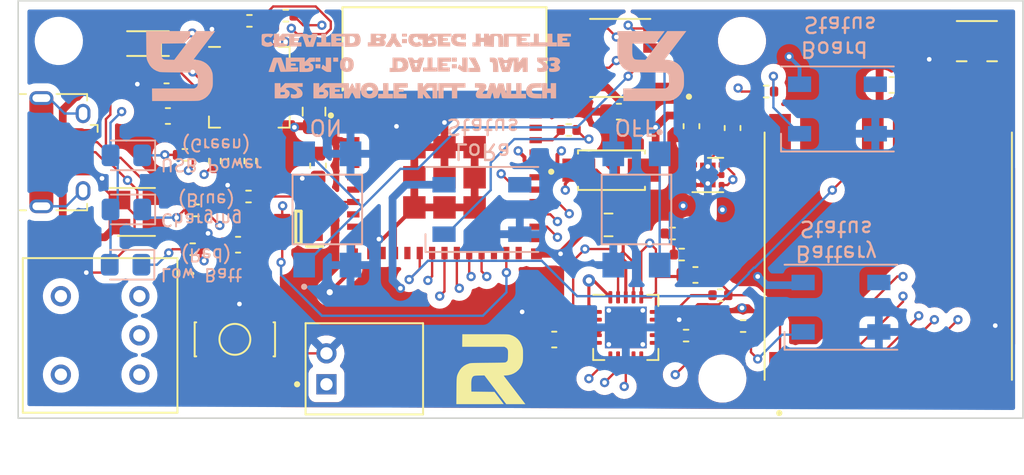
<source format=kicad_pcb>
(kicad_pcb (version 20211014) (generator pcbnew)
  (title_block (title "Kill Switch - Remote") (date "2023-01-18") (rev "1.0") (company "Created by: Greg Hulette") (comment 1 "- Creates WiFi Network for Remote Web Access") (comment 2 "- WiFi to LoRa Bridge") (comment 3 "- Buttons for Master Relay"))
  (layers (0 "F.Cu" signal) (1 "In1.Cu" signal) (2 "In2.Cu" signal) (31 "B.Cu" signal) (34 "B.Paste" user) (35 "F.Paste" user) (36 "B.SilkS" user "B.Silkscreen") (37 "F.SilkS" user "F.Silkscreen") (38 "B.Mask" user) (39 "F.Mask" user) (44 "Edge.Cuts" user))
  (net 0 "")
  (net 1 "+3V3")
  (net 2 "GND")
  (net 3 "RESET")
  (net 4 "Net-(C6-Pad2)")
  (net 5 "VBUS")
  (net 6 "Net-(C9-Pad1)")
  (net 7 "Net-(D1-PadA)")
  (net 8 "USB_DP")
  (net 9 "USB_DN")
  (net 10 "Net-(D4-Pad1)")
  (net 11 "Net-(D5-Pad1)")
  (net 13 "unconnected-(J1-Pad6)")
  (net 14 "Net-(J2-Pad1)")
  (net 15 "Net-(J3-Pad2)")
  (net 17 "Net-(L1-Pad3)")
  (net 20 "DTR")
  (net 21 "RTS")
  (net 22 "GPIO0")
  (net 23 "Net-(R2-Pad1)")
  (net 24 "RXD0")
  (net 25 "Net-(R3-Pad1)")
  (net 26 "TXD0")
  (net 27 "Net-(R4-Pad2)")
  (net 28 "Net-(R6-Pad1)")
  (net 29 "Net-(R7-Pad1)")
  (net 30 "Net-(R8-Pad1)")
  (net 31 "Net-(R9-Pad1)")
  (net 32 "Net-(R10-Pad1)")
  (net 33 "Net-(R11-Pad1)")
  (net 34 "BATT_LEVEL")
  (net 35 "STATUS_LED_DATA")
  (net 36 "BATSTAT_LED_DATA")
  (net 37 "Net-(TH1-Pad1)")
  (net 47 "DI0_LORA")
  (net 48 "RESET_LORA")
  (net 49 "SCK_LORA")
  (net 50 "MISO_LORA")
  (net 51 "MOSI_LORA")
  (net 52 "NSS_LORA")
  (net 56 "OFF_SW_OUT")
  (net 57 "ON_SW_OUT")
  (net 77 "DTS")
  (net 86 "LORA_LED_DATA")
  (net 88 "Net-(S2-Pad1)")
  (net 89 "Net-(D6-Pad1)")
  (net 90 "Net-(R16-Pad1)")
  (net 91 "Net-(R17-Pad1)")
  (net 92 "Net-(U6-Pad4)")
  (footprint "Capacitor_SMD:C_0603_1608Metric" (layer "F.Cu") (at 94.6 88.854 180)
    (fp_text reference "C5")
    (fp_text value ".1uF" hide)
  )
  (footprint "MountingHole:MountingHole_2.1mm" (layer "F.Cu") (at 131.826 85.598)
    (fp_text reference "REF**" hide)
    (fp_text value "MountingHole_2.1mm" hide)
  )
  (footprint "Custom:JST_S2B-PH-K-S(LF)(SN)" (layer "F.Cu") (at 104.944 106.809 90)
    (fp_text reference "J2")
    (fp_text value "S2B-PH-K-S(LF)(SN)" hide)
  )
  (footprint "Package_DFN_QFN:QFN-28-1EP_5x5mm_P0.5mm_EP3.35x3.35mm" (layer "F.Cu") (at 99.952 88.596)
    (fp_text reference "U2")
    (fp_text value "CP2102N-A02-GQFN28" hide)
  )
  (footprint "Custom:MODULE_ESP32-PICO-MINI-02" (layer "F.Cu") (at 112.579 94.418)
    (fp_text reference "U1")
    (fp_text value "ESP32-PICO-MINI-02" hide)
  )
  (footprint "Resistor_SMD:R_0402_1005Metric" (layer "F.Cu") (at 127.338 98.054 180)
    (fp_text reference "R13")
    (fp_text value "100K" hide)
  )
  (footprint "Capacitor_SMD:C_0603_1608Metric" (layer "F.Cu") (at 141.504 88.446)
    (fp_text reference "C10")
    (fp_text value ".1uF" hide)
  )
  (footprint "Resistor_SMD:R_0402_1005Metric" (layer "F.Cu") (at 131.896 104.044 180)
    (fp_text reference "R17")
    (fp_text value "470" hide)
  )
  (footprint "Capacitor_SMD:C_0603_1608Metric" (layer "F.Cu") (at 128.558 91.114 -90)
    (fp_text reference "C7")
    (fp_text value "1uF" hide)
  )
  (footprint "Capacitor_SMD:C_0603_1608Metric" (layer "F.Cu") (at 99.226 98.78 180)
    (fp_text reference "C3")
    (fp_text value ".1uF" hide)
  )
  (footprint "Capacitor_SMD:C_0805_2012Metric" (layer "F.Cu") (at 104.14 90.17 90)
    (fp_text reference "C1")
    (fp_text value "10uF" hide)
  )
  (footprint "Connector_USB:USB_Micro-B_Amphenol_10118194_Horizontal" (layer "F.Cu") (at 87.8 92.794 -90)
    (fp_text reference "J1")
    (fp_text value "USB_B_Micro" hide)
  )
  (footprint "Resistor_SMD:R_0402_1005Metric" (layer "F.Cu") (at 100.016 93.364 -90)
    (fp_text reference "R6")
    (fp_text value "1K" hide)
  )
  (footprint "Package_SON:WSON-6-1EP_2x2mm_P0.65mm_EP1x1.6mm_ThermalVias" (layer "F.Cu") (at 129.614 94.27)
    (fp_text reference "U3")
    (fp_text value "LP5912-3.3DRV" hide)
  )
  (footprint "Resistor_SMD:R_0402_1005Metric" (layer "F.Cu") (at 98.97 93.364 -90)
    (fp_text reference "R5")
    (fp_text value "47.5K" hide)
  )
  (footprint "Package_DFN_QFN:QFN-20-1EP_4x4mm_P0.5mm_EP2.7x2.7mm_ThermalVias" (layer "F.Cu") (at 124.308 104.13)
    (fp_text reference "U4")
    (fp_text value "MCP73871-2CC-Custom" hide)
  )
  (footprint "Resistor_SMD:R_0402_1005Metric" (layer "F.Cu") (at 127.926 99.418)
    (fp_text reference "R12")
    (fp_text value "100K" hide)
  )
  (footprint "Resistor_SMD:R_0402_1005Metric" (layer "F.Cu") (at 130.426 102.046)
    (fp_text reference "R10")
    (fp_text value "10K" hide)
  )
  (footprint "Resistor_SMD:R_0402_1005Metric" (layer "F.Cu") (at 95.78392 92.97 180)
    (fp_text reference "R7")
    (fp_text value "82" hide)
  )
  (footprint "Capacitor_SMD:C_0603_1608Metric" (layer "F.Cu") (at 128.814 100.736)
    (fp_text reference "C9")
    (fp_text value "4.7uF" hide)
  )
  (footprint "Resistor_SMD:R_0402_1005Metric" (layer "F.Cu") (at 133.39 88.872 180)
    (fp_text reference "R14")
    (fp_text value "470" hide)
  )
  (footprint "Resistor_SMD:R_0402_1005Metric" (layer "F.Cu") (at 97.728 93.368 90)
    (fp_text reference "R4")
    (fp_text value "22.1K" hide)
  )
  (footprint "Custom:SMAJ5.0_DIOM4325X250N" (layer "F.Cu") (at 123.383 93.958)
    (fp_text reference "D3")
    (fp_text value "SMAJ5.0" hide)
  )
  (footprint "Custom:SOD3716X135N" (layer "F.Cu") (at 93.3985 85.7685 180)
    (fp_text reference "D1")
    (fp_text value "B5819W-TP" hide)
  )
  (footprint "Custom:SOIC127P600X175-8N" (layer "F.Cu") (at 123.946 86.698 180)
    (fp_text reference "U6")
    (fp_text value "LS18-S(Debouce)" hide)
  )
  (footprint "MountingHole:MountingHole_2.1mm" (layer "F.Cu") (at 87.63 85.598)
    (fp_text reference "REF**" hide)
    (fp_text value "MountingHole_2.1mm" hide)
  )
  (footprint "Resistor_SMD:R_0402_1005Metric" (layer "F.Cu") (at 102.314 83.964)
    (fp_text reference "R3")
    (fp_text value "1K" hide)
  )
  (footprint "Custom:RFM95W-915S2" (layer "F.Cu") (at 141.287 99.522 90)
    (fp_text reference "U5")
    (fp_text value "RFM95W-915S2" hide)
  )
  (footprint "Capacitor_SMD:C_0603_1608Metric" (layer "F.Cu") (at 119.68 104.916 180)
    (fp_text reference "TH1")
    (fp_text value "10K" hide)
  )
  (footprint "Capacitor_SMD:C_0603_1608Metric" (layer "F.Cu") (at 104.4 93.666 -90)
    (fp_text reference "C2")
    (fp_text value ".1uF" hide)
  )
  (footprint "Custom:SOT65P230X110-6N" (layer "F.Cu") (at 103.133 97.662 180)
    (fp_text reference "Q2")
    (fp_text value "UMH3N" hide)
  )
  (footprint "MountingHole:MountingHole_2.1mm" (layer "F.Cu") (at 130.556 107.442)
    (fp_text reference "REF**" hide)
    (fp_text value "MountingHole_2.1mm" hide)
  )
  (footprint "Capacitor_SMD:C_0805_2012Metric" (layer "F.Cu") (at 123.19 97.498 180)
    (fp_text reference "C8")
    (fp_text value "10uF" hide)
  )
  (footprint "Capacitor_SMD:C_0603_1608Metric" (layer "F.Cu") (at 131.216 91.232 90)
    (fp_text reference "C6")
    (fp_text value "1uF" hide)
  )
  (footprint "Resistor_SMD:R_0402_1005Metric" (layer "F.Cu") (at 128.208 104.66)
    (fp_text reference "R11")
    (fp_text value "100K" hide)
  )
  (footprint "Package_TO_SOT_SMD:SOT-143" (layer "F.Cu") (at 92.654 96.66)
    (fp_text reference "D2")
    (fp_text value "SP0503BAHTG" hide)
  )
  (footprint "Resistor_SMD:R_0402_1005Metric" (layer "F.Cu") (at 96.29192 99.074 180)
    (fp_text reference "R9")
    (fp_text value "150" hide)
  )
  (footprint "Resistor_SMD:R_0402_1005Metric" (layer "F.Cu") (at 120.614 91.358 180)
    (fp_text reference "R16")
    (fp_text value "470" hide)
  )
  (footprint "Custom:AS11CH" (layer "F.Cu") (at 90.30292 104.648 -90)
    (fp_text reference "SW4")
    (fp_text value "AS11CH" hide)
  )
  (footprint "Capacitor_SMD:C_0603_1608Metric" (layer "F.Cu") (at 123.864 90.174)
    (fp_text reference "C11")
    (fp_text value ".1uF" hide)
  )
  (footprint "Resistor_SMD:R_0402_1005Metric" (layer "F.Cu") (at 99.902 95.662)
    (fp_text reference "R1")
    (fp_text value "10K" hide)
  )
  (footprint "Resistor_SMD:R_0402_1005Metric" (layer "F.Cu") (at 96.54592 96.56 180)
    (fp_text reference "R8")
    (fp_text value "82" hide)
  )
  (footprint "Custom:SW_TL3342F160QG" (layer "F.Cu") (at 99.018618 104.902 -90)
    (fp_text reference "S1")
    (fp_text value "TL3342F160QG" hide)
  )
  (footprint "Resistor_SMD:R_0402_1005Metric" (layer "F.Cu") (at 99.96 84.3)
    (fp_text reference "R2")
    (fp_text value "1K" hide)
  )
  (footprint "Custom:HRS_U.FL-R-SMT-1(10)" (layer "F.Cu") (at 147.02 85.612)
    (fp_text reference "J3")
    (fp_text value "U.FL-R-SMT-1(10)" hide)
  )
  (footprint "Capacitor_SMD:C_0603_1608Metric" (layer "F.Cu") (at 94.688 90.454 180)
    (fp_text reference "C4")
    (fp_text value "4.7uF" hide)
  )
  (footprint "Logos:R2_Logo_V2" (layer "F.Cu") (at 115.57 107.188)
    (fp_text reference "G***")
    (fp_text value "LOGO" hide)
  )
  (footprint "Logos:R2_Logo_V2" (layer "B.Cu") (at 95.504 86.868)
    (fp_text reference "G***" hide)
    (fp_text value "LOGO" hide)
  )
  (footprint "Logos:R2_Logo_V2" (layer "B.Cu") (at 125.984 86.868)
    (fp_text reference "G***" hide)
    (fp_text value "LOGO" hide)
  )
  (footprint "LED_SMD:LED_0805_2012Metric_Pad1.15x1.40mm_HandSolder" (layer "B.Cu") (at 91.948 100.076 180)
    (fp_text reference "D6")
    (fp_text value "Red" hide)
  )
  (footprint "LED_SMD:LED_WS2812B_PLCC4_5.0x5.0mm_P3.2mm" (layer "B.Cu") (at 115 96.5 180)
    (fp_text reference "L2")
    (fp_text value "WS2812B" hide)
  )
  (footprint "Logos:RemoteKillSwitchLogo" (layer "B.Cu") (at 110.737843 87.235218)
    (fp_text reference "G***" hide)
    (fp_text value "LOGO" hide)
  )
  (footprint "LED_SMD:LED_WS2812B_PLCC4_5.0x5.0mm_P3.2mm" (layer "B.Cu") (at 138.228 102.824 180)
    (fp_text reference "L3")
    (fp_text value "WS2812B" hide)
  )
  (footprint "Custom:SW_TL3305BF260QG" (layer "B.Cu") (at 125 96.5 -90)
    (fp_text reference "S3")
    (fp_text value "TL3342F160QG" hide)
  )
  (footprint "LED_SMD:LED_0805_2012Metric_Pad1.15x1.40mm_HandSolder" (layer "B.Cu") (at 92 96.5 180)
    (fp_text reference "D5")
    (fp_text value "BLUE" hide)
  )
  (footprint "Custom:SW_TL3305BF260QG" (layer "B.Cu") (at 105 96.5 90)
    (fp_text reference "S2")
    (fp_text value "TL3342F160QG" hide)
  )
  (footprint "LED_SMD:LED_WS2812B_PLCC4_5.0x5.0mm_P3.2mm" (layer "B.Cu") (at 138 90 180)
    (fp_text reference "L1")
    (fp_text value "WS2812B" hide)
  )
  (footprint "LED_SMD:LED_0805_2012Metric_Pad1.15x1.40mm_HandSolder" (layer "B.Cu") (at 92 93 180)
    (fp_text reference "D4")
    (fp_text value "Green" hide)
  )
  (gr_line (start 150 83) (end 85 83) (layer "Edge.Cuts") (width 0.1))
  (gr_line (start 150 110) (end 150 83) (layer "Edge.Cuts") (width 0.1))
  (gr_line (start 85 83) (end 85 110) (layer "Edge.Cuts") (width 0.1))
  (gr_line (start 85 110) (end 150 110) (layer "Edge.Cuts") (width 0.1))
  (gr_text "OFF" (at 124.968 91.186 180) (layer "B.SilkS") (effects (font (size 1 1)) (justify mirror)))
  (gr_text "USB Power \n(Green)" (at 97.801809 92.964 180) (layer "B.SilkS") (effects (font (size 0.8 0.8) (thickness 0.125)) (justify mirror)))
  (gr_text "Low Batt \n(Red)" (at 97.15419 100.076 180) (layer "B.SilkS") (effects (font (size 0.8 0.8) (thickness 0.125)) (justify mirror)))
  (gr_text "Board \nStatus" (at 138.176 85.344 180) (layer "B.SilkS") (effects (font (size 1 1)) (justify mirror)))
  (gr_text "LoRa\nStatus" (at 115.062 91.948 180) (layer "B.SilkS") (effects (font (size 1 1)) (justify mirror)))
  (gr_text "Battery\nStatus" (at 137.922 98.552 180) (layer "B.SilkS") (effects (font (size 1 1)) (justify mirror)))
  (gr_text "ON" (at 104.902 91.186 180) (layer "B.SilkS") (effects (font (size 1 1)) (justify mirror)))
  (gr_text "Charging \n(Blue)" (at 97.173237 96.52 180) (layer "B.SilkS") (effects (font (size 0.8 0.8) (thickness 0.125)) (justify mirror)))
  (segment (start 105.273 92.018) (end 104.4 92.891) (width 0.25) (layer "F.Cu") (net 1))
  (segment (start 96.3515 89.8305) (end 95.375 88.854) (width 0.1524) (layer "F.Cu") (net 1))
  (segment (start 96.617 90.096) (end 96.3515 89.8305) (width 0.1524) (layer "F.Cu") (net 1))
  (segment (start 100.016 93.874) (end 100.016 94.294) (width 0.5) (layer "F.Cu") (net 1))
  (segment (start 127.762 96.012) (end 128.016 96.266) (width 0.1524) (layer "F.Cu") (net 1))
  (segment (start 106.679 92.018) (end 105.273 92.018) (width 0.25) (layer "F.Cu") (net 1))
  (segment (start 96.586 89.596) (end 96.3515 89.8305) (width 0.1524) (layer "F.Cu") (net 1))
  (segment (start 97.502 90.096) (end 95.821 90.096) (width 0.1524) (layer "F.Cu") (net 1))
  (segment (start 105.038 92.018) (end 104.14 91.12) (width 0.25) (layer "F.Cu") (net 1))
  (segment (start 128.122 93.62) (end 127.762 93.98) (width 0.1524) (layer "F.Cu") (net 1))
  (segment (start 97.502 90.096) (end 96.617 90.096) (width 0.1524) (layer "F.Cu") (net 1))
  (segment (start 128.7265 92.0575) (end 128.558 91.889) (width 0.1524) (layer "F.Cu") (net 1))
  (segment (start 95.821 90.096) (end 95.463 90.454) (width 0.1524) (layer "F.Cu") (net 1))
  (segment (start 128.7265 93.62) (end 128.122 93.62) (width 0.1524) (layer "F.Cu") (net 1))
  (segment (start 99.392 94.918) (end 99.392 95.662) (width 0.5) (layer "F.Cu") (net 1))
  (segment (start 127.762 93.98) (end 127.762 96.012) (width 0.1524) (layer "F.Cu") (net 1))
  (segment (start 97.502 89.596) (end 96.586 89.596) (width 0.1524) (layer "F.Cu") (net 1))
  (segment (start 100.016 94.294) (end 99.392 94.918) (width 0.5) (layer "F.Cu") (net 1))
  (segment (start 106.679 92.018) (end 105.038 92.018) (width 0.25) (layer "F.Cu") (net 1))
  (segment (start 128.7265 93.62) (end 128.7265 92.0575) (width 0.1524) (layer "F.Cu") (net 1))
  (via (at 132.842 100.838) (size 0.6) (drill 0.3) (layers "F.Cu" "B.Cu") (net 1))
  (via (at 130.556 96.52) (size 0.6) (drill 0.3) (layers "F.Cu" "B.Cu") (net 1))
  (via (at 109.728 101.6) (size 0.6) (drill 0.3) (layers "F.Cu" "B.Cu") (net 1))
  (via (at 128.016 96.266) (size 0.6) (drill 0.3) (layers "F.Cu" "B.Cu") (net 1))
  (via (at 134.874 86.614) (size 0.6) (drill 0.3) (layers "F.Cu" "B.Cu") (net 1))
  (via (at 102.87 91.186) (size 0.6) (drill 0.3) (layers "F.Cu" "B.Cu") (net 1))
  (via (at 131.826 102.87) (size 0.6) (drill 0.3) (layers "F.Cu" "B.Cu") (net 1))
  (segment (start 112.55 94.9) (end 110.078 94.9) (width 0.5) (layer "B.Cu") (net 1))
  (segment (start 135.55 101.4) (end 133.404 101.4) (width 0.5) (layer "B.Cu") (net 1))
  (segment (start 135.55 88.4) (end 135.55 87.29) (width 0.25) (layer "B.Cu") (net 1))
  (segment (start 135.55 87.29) (end 134.874 86.614) (width 0.25) (layer "B.Cu") (net 1))
  (segment (start 133.404 101.4) (end 132.842 100.838) (width 0.5) (layer "B.Cu") (net 1))
  (segment (start 109.22 101.092) (end 109.728 101.6) (width 0.5) (layer "B.Cu") (net 1))
  (segment (start 109.22 95.758) (end 109.22 101.092) (width 0.5) (layer "B.Cu") (net 1))
  (segment (start 110.078 94.9) (end 109.22 95.758) (width 0.5) (layer "B.Cu") (net 1))
  (segment (start 148.287 107.222) (end 148.287 104.091) (width 0.1524) (layer "F.Cu") (net 2))
  (segment (start 100.918618 101.752) (end 100.918618 101.783618) (width 0.1524) (layer "F.Cu") (net 2))
  (segment (start 128.718 104.588) (end 127.762 103.632) (width 0.1524) (layer "F.Cu") (net 2))
  (segment (start 122.24 97.498) (end 121.972 97.498) (width 0.5) (layer "F.Cu") (net 2))
  (segment (start 122.633489 104.13) (end 122.633489 104.354511) (width 0.25) (layer "F.Cu") (net 2))
  (segment (start 127.762 103.632) (end 127.968 103.632) (width 0.1524) (layer "F.Cu") (net 2))
  (segment (start 108.579 98.418) (end 110.629 96.368) (width 0.25) (layer "F.Cu") (net 2))
  (segment (start 104.14 89.22) (end 104.388 89.468) (width 0.25) (layer "F.Cu") (net 2))
  (segment (start 121.471 88.603) (end 123.068 88.603) (width 0.5) (layer "F.Cu") (net 2))
  (segment (start 98.451 98.78) (end 98.018 98.78) (width 0.1524) (layer "F.Cu") (net 2))
  (segment (start 89.408 100.584) (end 90.424 100.584) (width 0.1524) (layer "F.Cu") (net 2))
  (segment (start 103.161618 105.809) (end 100.918618 108.052) (width 0.1524) (layer "F.Cu") (net 2))
  (segment (start 129.614 94.82) (end 129.614 93.72) (width 0.1524) (layer "F.Cu") (net 2))
  (segment (start 114.529 96.368) (end 112.579 96.368) (width 0.5) (layer "F.Cu") (net 2))
  (segment (start 131.063 101.919) (end 129.88 100.736) (width 0.1524) (layer "F.Cu") (net 2))
  (segment (start 120.102 99.368) (end 120.088 99.368) (width 0.5) (layer "F.Cu") (net 2))
  (segment (start 112.579 92.468) (end 112.579 94.418) (width 0.5) (layer "F.Cu") (net 2))
  (segment (start 93.172 88.854) (end 93.825 88.854) (width 0.5) (layer "F.Cu") (net 2))
  (segment (start 128.473 90.424) (end 128.558 90.339) (width 0.5) (layer "F.Cu") (net 2))
  (segment (start 98.97 94.5103) (end 98.97 93.874) (width 0.1524) (layer "F.Cu") (net 2))
  (segment (start 129.032 97.536) (end 128.366 97.536) (width 0.1524) (layer "F.Cu") (net 2))
  (segment (start 110.629 92.468) (end 112.579 92.468) (width 0.5) (layer "F.Cu") (net 2))
  (segment (start 126.746 105.664) (end 127.714 105.664) (width 0.1524) (layer "F.Cu") (net 2))
  (segment (start 122.633489 104.354511) (end 122.358 104.63) (width 0.25) (layer "F.Cu") (net 2))
  (segment (start 129.614 93.398) (end 129.614 93.72) (width 0.1524) (layer "F.Cu") (net 2))
  (segment (start 144.072 88.446) (end 142.279 88.446) (width 0.1524) (layer "F.Cu") (net 2))
  (segment (start 146.15426 84.074) (end 145.545 84.68326) (width 0.5) (layer "F.Cu") (net 2))
  (segment (start 90.52 94.584) (end 90.03 94.094) (width 0.1524) (layer "F.Cu") (net 2))
  (segment (start 126.746 105.664) (end 126.746 105.618) (width 0.1524) (layer "F.Cu") (net 2))
  (segment (start 146.287 91.822) (end 146.287 90.407) (width 0.1524) (layer "F.Cu") (net 2))
  (segment (start 126.238 93.218) (end 125.498 93.958) (width 0.5) (layer "F.Cu") (net 2))
  (segment (start 126.238 91.186) (end 125.651 91.186) (width 0.5) (layer "F.Cu") (net 2))
  (segment (start 134.287 107.222) (end 134.287 103.807) (width 0.1524) (layer "F.Cu") (net 2))
  (segment (start 128.366 97.536) (end 127.848 98.054) (width 0.1524) (layer "F.Cu") (net 2))
  (segment (start 125.308 106.08) (end 124.808 106.08) (width 0.1524) (layer "F.Cu") (net 2))
  (segment (start 109.474 91.1225) (end 108.7695 90.418) (width 0.5) (layer "F.Cu") (net 2))
  (segment (start 125.651 91.186) (end 124.639 90.174) (width 0.5) (layer "F.Cu") (net 2))
  (segment (start 93.913 88.942) (end 93.825 88.854) (width 0.5) (layer "F.Cu") (net 2))
  (segment (start 127.968 103.632) (end 128.972 102.628) (width 0.1524) (layer "F.Cu") (net 2))
  (segment (start 93.913 90.454) (end 93.913 88.942) (width 0.5) (layer "F.Cu") (net 2))
  (segment (start 148.495 85.612) (end 148.495 84.487) (width 0.5) (layer "F.Cu") (net 2))
  (segment (start 90.424 100.584) (end 92.529711 98.478289) (width 0.1524) (layer "F.Cu") (net 2))
  (segment (start 126.584 106.08) (end 126.746 105.918) (width 0.1524) (layer "F.Cu") (net 2))
  (segment (start 106.679 90.418) (end 106.679 91.218) (width 0.5) (layer "F.Cu") (net 2))
  (segment (start 129.88 100.736) (end 129.589 100.736) (width 0.1524) (layer "F.Cu") (net 2))
  (segment (start 103.425 94.441) (end 103.378 94.488) (width 0.25) (layer "F.Cu") (net 2))
  (segment (start 148.287 104.091) (end 148.209 104.013) (width 0.1524) (layer "F.Cu") (net 2))
  (segment (start 104.4 94.441) (end 103.425 94.441) (width 0.25) (layer "F.Cu") (net 2))
  (segment (start 90.52 95.11) (end 91.3 95.89) (width 0.1524) (layer "F.Cu") (net 2))
  (segment (start 106.679 98.418) (end 108.338 98.418) (width 0.25) (layer "F.Cu") (net 2))
  (segment (start 90.52 94.838) (end 90.424 94.742) (width 0.1524) (layer "F.Cu") (net 2))
  (segment (start 99.452 88.096) (end 99.952 88.596) (width 0.1524) (layer "F.Cu") (net 2))
  (segment (start 108.338 98.418) (end 108.579 98.418) (width 0.25) (layer "F.Cu") (net 2))
  (segment (start 128.718 104.66) (end 128.718 104.588) (width 0.1524) (layer "F.Cu") (net 2))
  (segment (start 97.502 88.096) (end 99.452 88.096) (width 0.1524) (layer "F.Cu") (net 2))
  (segment (start 120.396 103.124) (end 117.602 103.124) (width 0.25) (layer "F.Cu") (net 2))
  (segment (start 145.545 84.68326) (end 145.545 85.612) (width 0.5) (layer "F.Cu") (net 2))
  (segment (start 114.529 94.418) (end 114.529 96.368) (width 0.5) (layer "F.Cu") (net 2))
  (segment (start 130.302 98.298) (end 129.54 97.536) (width 0.1524) (layer "F.Cu") (net 2))
  (segment (start 130.302 100.023) (end 130.302 98.298) (width 0.1524) (layer "F.Cu") (net 2))
  (segment (start 92.71 88.392) (end 93.172 88.854) (width 0.5) (layer "F.Cu") (net 2))
  (segment (start 92.529711 98.478289) (end 92.529711 96.834289) (width 0.1524) (layer "F.Cu") (net 2))
  (segment (start 144.326 88.446) (end 144.072 88.446) (width 0.1524) (layer "F.Cu") (net 2))
  (segment (start 118.905 104.916) (end 117.602 103.613) (width 0.1524) (layer "F.Cu") (net 2))
  (segment (start 129.597155 102.628) (end 129.610875 102.64172) (width 0.1524) (layer "F.Cu") (net 2))
  (segment (start 148.082 84.074) (end 146.15426 84.074) (width 0.5) (layer "F.Cu") (net 2))
  (segment (start 91.3 95.89) (end 91.554 95.89) (width 0.1524) (layer "F.Cu") (net 2))
  (segment (start 106.629 89.468) (end 118.529 89.468) (width 0.5) (layer "F.Cu") (net 2))
  (segment (start 112.579 89.518) (end 112.579 90.875) (width 0.5) (layer "F.Cu") (net 2))
  (segment (start 127 90.424) (end 128.473 90.424) (width 0.5) (layer "F.Cu") (net 2))
  (segment (start 100.178 101.752) (end 99.314 102.616) (width 0.1524) (layer "F.Cu") (net 2))
  (segment (start 128.7265 94.92) (end 129.514 94.92) (width 0.25) (layer "F.Cu") (net 2))
  (segment (start 108.7695 90.418) (end 106.679 90.418) (width 0.5) (layer "F.Cu") (net 2))
  (segment (start 98.05128 85.35128) (end 97.536 84.836) (width 0.1524) (layer "F.Cu") (net 2))
  (segment (start 145.545 85.612) (end 145.113 85.612) (width 0.5) (layer "F.Cu") (net 2))
  (segment (start 92.529711 96.834289) (end 91.585422 95.89) (width 0.1524) (layer "F.Cu") (net 2))
  (segment (start 121.972 97.498) (end 120.102 99.368) (width 0.5) (layer "F.Cu") (net 2))
  (segment (start 129.614 94.82) (end 129.614 96.954) (width 0.1524) (layer "F.Cu") (net 2))
  (segment (start 90.52 94.838) (end 90.52 94.584) (width 0.1524) (layer "F.Cu") (net 2))
  (segment (start 131.005 92.007) (end 129.614 93.398) (width 0.1524) (layer "F.Cu") (net 2))
  (segment (start 106.629 99.368) (end 106.629 100.381) (width 0.25) (layer "F.Cu") (net 2))
  (segment (start 129.610875 102.64172) (end 130.34028 102.64172) (width 0.1524) (layer "F.Cu") (net 2))
  (segment (start 130.34028 102.64172) (end 131.063 101.919) (width 0.1524) (layer "F.Cu") (net 2))
  (segment (start 110.629 96.368) (end 110.629 94.418) (width 0.5) (layer "F.Cu") (net 2))
  (segment (start 91.585422 95.89) (end 91.554 95.89) (width 0.1524) (layer "F.Cu") (net 2))
  (segment (start 129.514 94.92) (end 129.614 94.82) (width 0.25) (layer "F.Cu") (net 2))
  (segment (start 126.746 105.618) (end 126.258 105.13) (width 0.1524) (layer "F.Cu") (net 2))
  (segment (start 126.238 91.186) (end 126.238 93.218) (width 0.5) (layer "F.Cu") (net 2))
  (segment (start 104.388 89.468) (end 106.629 89.468) (width 0.25) (layer "F.Cu") (net 2))
  (segment (start 114.529 92.468) (end 114.529 94.418) (width 0.5) (layer "F.Cu") (net 2))
  (segment (start 90.03 94.094) (end 89.108 94.094) (width 0.1524) (layer "F.Cu") (net 2))
  (segment (start 129.54 97.536) (end 129.032 97.536) (width 0.1524) (layer "F.Cu") (net 2))
  (segment (start 121.402 104.13) (end 120.396 103.124) (width 0.25) (layer "F.Cu") (net 2))
  (segment (start 112.579 96.368) (end 110.629 96.368) (width 0.5) (layer "F.Cu") (net 2))
  (segment (start 106.629 89.468) (end 106.629 90.368) (width 0.5) (layer "F.Cu") (net 2))
  (segment (start 112.579 92.468) (end 114.529 92.468) (width 0.5) (layer "F.Cu") (net 2))
  (segment (start 128.972 102.628) (end 129.597155 102.628) (width 0.1524) (layer "F.Cu") (net 2))
  (segment (start 109.474 91.313) (end 110.629 92.468) (width 0.5) (layer "F.Cu") (net 2))
  (segment (start 90.424 94.742) (end 90.424 94.488) (width 0.1524) (layer "F.Cu") (net 2))
  (segment (start 130.5015 94.27) (end 129.614 94.27) (width 0.1524) (layer "F.Cu") (net 2))
  (segment (start 98.05128 86.69528) (end 98.05128 85.35128) (width 0.1524) (layer "F.Cu") (net 2))
  (segment (start 134.287 103.807) (end 132.526 102.046) (width 0.1524) (layer "F.Cu") (net 2))
  (segment (start 106.629 90.368) (end 106.679 90.418) (width 0.5) (layer "F.Cu") (net 2))
  (segment (start 131.216 92.007) (end 131.005 92.007) (width 0.1524) (layer "F.Cu") (net 2))
  (segment (start 132.526 102.046) (end 130.936 102.046) (width 0.1524) (layer "F.Cu") (net 2))
  (segment (start 106.629 100.381) (end 105.156 101.854) (width 0.25) (layer "F.Cu") (net 2))
  (segment (start 100.918618 101.752) (end 100.178 101.752) (width 0.1524) (layer "F.Cu") (net 2))
  (segment (start 90.52 94.838) (end 90.52 95.11) (width 0.1524) (layer "F.Cu") (net 2))
  (segment (start 145.113 85.612) (end 143.9375 86.7875) (width 0.5) (layer "F.Cu") (net 2))
  (segment (start 143.9375 86.7875) (end 142.279 88.446) (width 0.5) (layer "F.Cu") (net 2))
  (segment (start 106.679 99.318) (end 106.629 99.368) (width 0.25) (layer "F.Cu") (net 2))
  (segment (start 123.068 88.603) (end 124.639 90.174) (width 0.5) (layer "F.Cu") (net 2))
  (segment (start 99.952 88.596) (end 98.05128 86.69528) (width 0.1524) (layer "F.Cu") (net 2))
  (segment (start 129.589 100.736) (end 130.302 100.023) (width 0.1524) (layer "F.Cu") (net 2))
  (segment (start 122.358 104.13) (end 122.633489 104.13) (width 0.25) (layer "F.Cu") (net 2))
  (segment (start 98.018 98.78) (end 97.282 98.044) (width 0.1524) (layer "F.Cu") (net 2))
  (segment (start 109.379 99.318) (end 109.379 97.618) (width 0.25) (layer "F.Cu") (net 2))
  (segment (start 146.287 90.407) (end 144.326 88.446) (width 0.1524) (layer "F.Cu") (net 2))
  (segment (start 129.614 96.954) (end 129.032 97.536) (width 0.1524) (layer "F.Cu") (net 2))
  (segment (start 126.746 105.918) (end 126.746 105.664) (width 0.1524) (layer "F.Cu") (net 2))
  (segment (start 125.308 106.08) (end 126.584 106.08) (width 0.1524) (layer "F.Cu") (net 2))
  (segment (start 112.579 90.875) (end 112.579 92.468) (width 0.5) (layer "F.Cu") (net 2))
  (segment (start 109.474 91.1225) (end 109.474 91.313) (width 0.5) (layer "F.Cu") (net 2))
  (segment (start 110.629 94.418) (end 110.629 92.468) (width 0.5) (layer "F.Cu") (net 2))
  (segment (start 117.602 103.613) (end 117.602 103.124) (width 0.1524) (layer "F.Cu") (net 2))
  (segment (start 98.552 94.9283) (end 98.97 94.5103) (width 0.1524) (layer "F.Cu") (net 2))
  (segment (start 127.714 105.664) (end 128.718 104.66) (width 0.1524) (layer "F.Cu") (net 2))
  (segment (start 100.918618 101.783618) (end 104.944 105.809) (width 0.1524) (layer "F.Cu") (net 2))
  (segment (start 120.088 99.368) (end 118.529 99.368) (width 0.5) (layer "F.Cu") (net 2))
  (segment (start 109.379 97.618) (end 110.629 96.368) (width 0.25) (layer "F.Cu") (net 2))
  (segment (start 148.495 84.487) (end 148.082 84.074) (width 0.5) (layer "F.Cu") (net 2))
  (segment (start 126.238 91.186) (end 127 90.424) (width 0.5) (layer "F.Cu") (net 2))
  (segment (start 122.358 104.13) (end 121.402 104.13) (width 0.25) (layer "F.Cu") (net 2))
  (segment (start 104.944 105.809) (end 103.161618 105.809) (width 0.1524) (layer "F.Cu") (net 2))
  (segment (start 106.679 98.418) (end 106.679 99.318) (width 0.25) (layer "F.Cu") (net 2))
  (via (at 103.378 94.488) (size 0.6) (drill 0.3) (layers "F.Cu" "B.Cu") (net 2))
  (via (at 105.156 101.854) (size 0.8) (drill 0.4) (layers "F.Cu" "B.Cu") (net 2))
  (via (at 90.424 94.488) (size 0.6) (drill 0.3) (layers "F.Cu" "B.Cu") (net 2))
  (via (at 109.474 91.1225) (size 0.6) (drill 0.3) (layers "F.Cu" "B.Cu") (net 2))
  (via (at 89.408 100.584) (size 0.6) (drill 0.3) (layers "F.Cu" "B.Cu") (net 2))
  (via (at 127.762 103.632) (size 0.6) (drill 0.3) (layers "F.Cu" "B.Cu") (net 2))
  (via (at 99.314 102.616) (size 0.6) (drill 0.3) (layers "F.Cu" "B.Cu") (net 2))
  (via (at 97.282 98.044) (size 0.6) (drill 0.3) (layers "F.Cu" "B.Cu") (net 2))
  (via (at 117.602 103.124) (size 0.6) (drill 0.3) (layers "F.Cu" "B.Cu") (net 2))
  (via (at 112.579 90.875) (size 0.6) (drill 0.3) (layers "F.Cu" "B.Cu") (net 2))
  (via (at 148.209 104.013) (size 0.6) (drill 0.3) (layers "F.Cu" "B.Cu") (net 2))
  (via (at 143.9375 86.7875) (size 0.6) (drill 0.3) (layers "F.Cu" "B.Cu") (net 2))
  (via (at 126.238 91.186) (size 0.6) (drill 0.3) (layers "F.Cu" "B.Cu") (net 2))
  (via (at 98.552 94.9283) (size 0.6) (drill 0.3) (layers "F.Cu" "B.Cu") (net 2))
  (via (at 92.71 88.392) (size 0.6) (drill 0.3) (layers "F.Cu" "B.Cu") (net 2))
  (via (at 97.536 84.836) (size 0.6) (drill 0.3) (layers "F.Cu" "B.Cu") (net 2))
  (via (at 120.088 99.368) (size 0.6) (drill 0.3) (layers "F.Cu" "B.Cu") (net 2))
  (via (at 108.338 98.418) (size 0.6) (drill 0.3) (layers "F.Cu" "B.Cu") (net 2))
  (segment (start 105.048 95.662) (end 105.404 96.018) (width 0.1524) (layer "F.Cu") (net 3))
  (segment (start 100.412 95.662) (end 101.188 95.662) (width 0.1524) (layer "F.Cu") (net 3))
  (segment (start 105.404 96.018) (end 105.177 96.018) (width 0.1524) (layer "F.Cu") (net 3))
  (segment (start 100.001 98.869618) (end 100.001 98.78) (width 0.1524) (layer "F.Cu") (net 3))
  (segment (start 101.188 95.662) (end 100.001 96.849) (width 0.1524) (layer "F.Cu") (net 3))
  (segment (start 97.118618 101.752) (end 100.001 98.869618) (width 0.1524) (layer "F.Cu") (net 3))
  (segment (start 106.679 96.018) (end 105.404 96.018) (width 0.1524) (layer "F.Cu") (net 3))
  (segment (start 101.188 95.662) (end 105.048 95.662) (width 0.1524) (layer "F.Cu") (net 3))
  (segment (start 105.177 96.018) (end 104.183 97.012) (width 0.1524) (layer "F.Cu") (net 3))
  (segment (start 100.001 96.849) (end 100.001 98.78) (width 0.1524) (layer "F.Cu") (net 3))
  (segment (start 97.118618 108.052) (end 97.118618 101.752) (width 0.1524) (layer "F.Cu") (net 3))
  (segment (start 130.5015 93.62) (end 131.424 93.62) (width 0.1524) (layer "F.Cu") (net 4))
  (segment (start 130.5015 94.92) (end 130.886 94.92) (width 0.1524) (layer "F.Cu") (net 4))
  (segment (start 131.605 90.457) (end 131.216 90.457) (width 0.1524) (layer "F.Cu") (net 4))
  (segment (start 130.886 94.92) (end 131.235756 94.569005) (width 0.1524) (layer "F.Cu") (net 4))
  (segment (start 121.92 101.092) (end 122.22 101.092) (width 0.2) (layer "F.Cu") (net 4))
  (segment (start 121.92 102.692) (end 122.358 103.13) (width 0.2) (layer "F.Cu") (net 4))
  (segment (start 131.318 94.488) (end 131.318 94.234) (width 0.1524) (layer "F.Cu") (net 4))
  (segment (start 131.424 93.62) (end 132.588 92.456) (width 0.1524) (layer "F.Cu") (net 4))
  (segment (start 131.235756 94.569005) (end 131.318 94.488) (width 0.1524) (layer "F.Cu") (net 4))
  (segment (start 132.588 92.456) (end 132.588 91.44) (width 0.1524) (layer "F.Cu") (net 4))
  (segment (start 131.318 94.234) (end 130.704 93.62) (width 0.1524) (layer "F.Cu") (net 4))
  (segment (start 121.92 101.092) (end 121.92 102.692) (width 0.2) (layer "F.Cu") (net 4))
  (segment (start 122.22 101.092) (end 123.308 102.18) (width 0.2) (layer "F.Cu") (net 4))
  (segment (start 130.704 93.62) (end 130.5015 93.62) (width 0.1524) (layer "F.Cu") (net 4))
  (segment (start 132.588 91.44) (end 131.605 90.457) (width 0.1524) (layer "F.Cu") (net 4))
  (via (at 131.235756 94.569005) (size 0.6) (drill 0.3) (layers "F.Cu" "B.Cu") (net 4))
  (via (at 121.92 101.092) (size 0.8) (drill 0.4) (layers "F.Cu" "B.Cu") (net 4))
  (segment (start 95.5875 85.7685) (end 96.266 85.09) (width 0.1524) (layer "F.Cu") (net 5))
  (segment (start 122.358 103.63) (end 121.468704 103.63) (width 0.1524) (layer "F.Cu") (net 5))
  (segment (start 121.468704 103.63) (end 120.904 103.065296) (width 0.1524) (layer "F.Cu") (net 5))
  (segment (start 124.14 97.498) (end 124.14 99.248) (width 0.2) (layer "F.Cu") (net 5))
  (segment (start 124.14 97.498) (end 122.792 96.15) (width 0.2) (layer "F.Cu") (net 5))
  (segment (start 123.808 101.744) (end 123.808 102.18) (width 0.1524) (layer "F.Cu") (net 5))
  (segment (start 124.808 99.916) (end 124.46 99.568) (width 0.1524) (layer "F.Cu") (net 5))
  (segment (start 120.904 103.065296) (end 120.904 99.822) (width 0.1524) (layer "F.Cu") (net 5))
  (segment (start 123.808 101.744) (end 123.808 99.678) (width 0.1524) (layer "F.Cu") (net 5))
  (segment (start 123.808 99.678) (end 123.808 99.58) (width 0.2) (layer "F.Cu") (net 5))
  (segment (start 124.308 99.894) (end 124.308 102.18) (width 0.2) (layer "F.Cu") (net 5))
  (segment (start 124.808 102.18) (end 124.808 99.916) (width 0.1524) (layer "F.Cu") (net 5))
  (segment (start 97.728 93.878) (end 97.384 93.878) (width 0.1524) (layer "F.Cu") (net 5))
  (segment (start 124.808 99.894) (end 124.786 99.894) (width 0.1524) (layer "F.Cu") (net 5))
  (segment (start 122.792 94.344) (end 122.406 93.958) (width 0.2) (layer "F.Cu") (net 5))
  (segment (start 121.268 93.958) (end 120.396 94.83) (width 0.2) (layer "F.Cu") (net 5))
  (segment (start 124.46 99.568) (end 124.14 99.248) (width 0.1524) (layer "F.Cu") (net 5))
  (segment (start 124.786 99.894) (end 124.46 99.568) (width 0.1524) (layer "F.Cu") (net 5))
  (segment (start 97.384 93.878) (end 97.028 94.234) (width 0.1524) (layer "F.Cu") (net 5))
  (segment (start 123.444 99.06) (end 123.808 99.424) (width 0.1524) (layer "F.Cu") (net 5))
  (segment (start 123.808 99.894) (end 123.808 99.678) (width 0.2) (layer "F.Cu") (net 5))
  (segment (start 120.396 94.83) (end 120.396 95.25) (width 0.2) (layer "F.Cu") (net 5))
  (segment (start 122.792 96.15) (end 122.792 94.344) (width 0.2) (layer "F.Cu") (net 5))
  (segment (start 122.406 93.958) (end 121.268 93.958) (width 0.2) (layer "F.Cu") (net 5))
  (segment (start 123.808 99.424) (end 123.808 99.894) (width 0.1524) (layer "F.Cu") (net 5))
  (segment (start 121.666 99.06) (end 123.444 99.06) (width 0.1524) (layer "F.Cu") (net 5))
  (segment (start 120.904 99.822) (end 121.666 99.06) (width 0.1524) (layer "F.Cu") (net 5))
  (segment (start 124.14 99.726) (end 124.308 99.894) (width 0.2) (layer "F.Cu") (net 5))
  (segment (start 123.808 99.58) (end 124.14 99.248) (width 0.2) (layer "F.Cu") (net 5))
  (segment (start 95.0368 85.7685) (end 95.5875 85.7685) (width 0.1524) (layer "F.Cu") (net 5))
  (segment (start 124.14 99.248) (end 124.14 99.726) (width 0.2) (layer "F.Cu") (net 5))
  (via (at 96.266 85.09) (size 0.6) (drill 0.3) (layers "F.Cu" "B.Cu") (net 5))
  (via (at 91.694 90.17) (size 0.6) (drill 0.3) (layers "F.Cu" "B.Cu") (net 5))
  (via (at 97.028 94.234) (size 0.6) (drill 0.3) (layers "F.Cu" "B.Cu") (net 5))
  (via (at 120.396 95.25) (size 0.6) (drill 0.3) (layers "F.Cu" "B.Cu") (net 5))
  (via (at 121.666 99.06) (size 0.6) (drill 0.3) (layers "F.Cu" "B.Cu") (net 5))
  (segment (start 91.44 96.035) (end 90.975 96.5) (width 0.1524) (layer "B.Cu") (net 5))
  (segment (start 90.975 96.5) (end 90.975 100.024) (width 0.1524) (layer "B.Cu") (net 5))
  (segment (start 91.44 93.465) (end 91.44 96.035) (width 0.1524) (layer "B.Cu") (net 5))
  (segment (start 90.975 93) (end 91.44 93.465) (width 0.1524) (layer "B.Cu") (net 5))
  (segment (start 91.694 90.17) (end 90.975 90.889) (width 0.1524) (layer "B.Cu") (net 5))
  (segment (start 90.975 90.889) (end 90.975 93) (width 0.1524) (layer "B.Cu") (net 5))
  (segment (start 90.975 100.024) (end 90.923 100.076) (width 0.1524) (layer "B.Cu") (net 5))
  (segment (start 125.308 99.227984) (end 125.308 102.18) (width 0.1524) (layer "F.Cu") (net 6))
  (segment (start 125.856992 98.678992) (end 126.258 99.08) (width 0.1524) (layer "F.Cu") (net 6))
  (segment (start 127.937 100.838) (end 128.039 100.736) (width 0.2) (layer "F.Cu") (net 6))
  (segment (start 128.039 100.736) (end 128.039 99.815) (width 0.2) (layer "F.Cu") (net 6))
  (segment (start 125.952 102.18) (end 126.258 101.874) (width 0.1524) (layer "F.Cu") (net 6))
  (segment (start 126.258 99.08) (end 126.258 100.838) (width 0.1524) (layer "F.Cu") (net 6))
  (segment (start 126.258 100.838) (end 126.258 101.874) (width 0.1524) (layer "F.Cu") (net 6))
  (segment (start 126.258 100.838) (end 127.937 100.838) (width 0.2) (layer "F.Cu") (net 6))
  (segment (start 125.308 102.18) (end 125.952 102.18) (width 0.1524) (layer "F.Cu") (net 6))
  (segment (start 128.039 99.815) (end 128.436 99.418) (width 0.2) (layer "F.Cu") (net 6))
  (segment (start 126.258 101.874) (end 126.258 103.13) (width 0.1524) (layer "F.Cu") (net 6))
  (segment (start 126.258 103.63) (end 126.258 103.13) (width 0.1524) (layer "F.Cu") (net 6))
  (segment (start 125.856992 98.678992) (end 125.308 99.227984) (width 0.1524) (layer "F.Cu") (net 6))
  (via (at 125.856992 98.678992) (size 0.6) (drill 0.3) (layers "F.Cu" "B.Cu") (net 6))
  (segment (start 87.884 91.694) (end 88.084 91.494) (width 0.5) (layer "F.Cu") (net 7))
  (segment (start 87.884 97.536) (end 88.646 98.298) (width 0.5) (layer "F.Cu") (net 7))
  (segment (start 87.884 91.694) (end 87.884 97.536) (width 0.5) (layer "F.Cu") (net 7))
  (segment (start 88.646 98.298) (end 90.612 98.298) (width 0.5) (layer "F.Cu") (net 7))
  (segment (start 88.725052 89.21948) (end 87.884 90.060532) (width 0.5) (layer "F.Cu") (net 7))
  (segment (start 91.7602 86.2938) (end 88.83452 89.21948) (width 0.5) (layer "F.Cu") (net 7))
  (segment (start 88.83452 89.21948) (end 88.725052 89.21948) (width 0.5) (layer "F.Cu") (net 7))
  (segment (start 91.7602 85.7685) (end 91.7602 86.2938) (width 0.5) (layer "F.Cu") (net 7))
  (segment (start 90.612 98.298) (end 91.3 97.61) (width 0.5) (layer "F.Cu") (net 7))
  (segment (start 88.084 91.494) (end 89.108 91.494) (width 0.5) (layer "F.Cu") (net 7))
  (segment (start 87.884 90.060532) (end 87.884 91.694) (width 0.5) (layer "F.Cu") (net 7))
  (segment (start 96.82628 88.138116) (end 96.82628 88.298595) (width 0.1524) (layer "F.Cu") (net 8))
  (segment (start 92.075 94.615) (end 92.71 95.25) (width 0.1524) (layer "F.Cu") (net 8))
  (segment (start 90.97192 93.51192) (end 92.075 94.615) (width 0.1524) (layer "F.Cu") (net 8))
  (segment (start 92.71 95.25) (end 92.71 96.516888) (width 0.1524) (layer "F.Cu") (net 8))
  (segment (start 92.881631 96.688519) (end 92.881631 96.691631) (width 0.1524) (layer "F.Cu") (net 8))
  (segment (start 97.123685 88.596) (end 97.502 88.596) (width 0.1524) (layer "F.Cu") (net 8))
  (segment (start 89.108 92.794) (end 90 92.794) (width 0.1524) (layer "F.Cu") (net 8))
  (segment (start 93.5 97.31) (end 93.5 97.61) (width 0.1524) (layer "F.Cu") (net 8))
  (segment (start 90.71792 93.51192) (end 90.97192 93.51192) (width 0.1524) (layer "F.Cu") (net 8))
  (segment (start 90 92.794) (end 90.71792 93.51192) (width 0.1524) (layer "F.Cu") (net 8))
  (segment (start 96.82628 88.298595) (end 97.123685 88.596) (width 0.1524) (layer "F.Cu") (net 8))
  (segment (start 96.292082 87.603918) (end 96.82628 88.138116) (width 0.1524) (layer "F.Cu") (net 8))
  (segment (start 92.71 96.516888) (end 92.881631 96.688519) (width 0.1524) (layer "F.Cu") (net 8))
  (segment (start 92.881631 96.691631) (end 93.5 97.31) (width 0.1524) (layer "F.Cu") (net 8))
  (via (at 92.075 94.615) (size 0.6) (drill 0.3) (layers "F.Cu" "B.Cu") (net 8))
  (via (at 96.292082 87.603918) (size 0.6) (drill 0.3) (layers "F.Cu" "B.Cu") (net 8))
  (segment (start 90.964289 89.121711) (end 92.71 87.376) (width 0.1524) (layer "F.Cu") (net 9))
  (segment (start 91.636 93.16) (end 90.86369 93.16) (width 0.1524) (layer "F.Cu") (net 9))
  (segment (start 93.5 95.71) (end 93.5 95.024) (width 0.1524) (layer "F.Cu") (net 9))
  (segment (start 90.112 92.144) (end 89.108 92.144) (width 0.1524) (layer "F.Cu") (net 9))
  (segment (start 90.678 92.97431) (end 90.678 90.653336) (width 0.1524) (layer "F.Cu") (net 9))
  (segment (start 93.5 95.024) (end 91.636 93.16) (width 0.1524) (layer "F.Cu") (net 9))
  (segment (start 95.25 87.376) (end 96.97 89.096) (width 0.1524) (layer "F.Cu") (net 9))
  (segment (start 92.71 87.376) (end 95.25 87.376) (width 0.1524) (layer "F.Cu") (net 9))
  (segment (start 90.678 90.653336) (end 90.964289 90.367047) (width 0.1524) (layer "F.Cu") (net 9))
  (segment (start 90.86369 93.16) (end 90.678 92.97431) (width 0.1524) (layer "F.Cu") (net 9))
  (segment (start 90.678 92.71) (end 90.112 92.144) (width 0.1524) (layer "F.Cu") (net 9))
  (segment (start 90.964289 90.367047) (end 90.964289 89.121711) (width 0.1524) (layer "F.Cu") (net 9))
  (segment (start 96.97 89.096) (end 97.502 89.096) (width 0.1524) (layer "F.Cu") (net 9))
  (segment (start 95.27392 92.97) (end 94.494 92.97) (width 0.1524) (layer "F.Cu") (net 10))
  (segment (start 94.494 92.97) (end 94.488 92.964) (width 0.1524) (layer "F.Cu") (net 10))
  (via (at 94.488 92.964) (size 0.6) (drill 0.3) (layers "F.Cu" "B.Cu") (net 10))
  (segment (start 93.025 93) (end 94.452 93) (width 0.1524) (layer "B.Cu") (net 10))
  (segment (start 94.452 93) (end 94.488 92.964) (width 0.1524) (layer "B.Cu") (net 10))
  (segment (start 96.03592 96.56) (end 95.718 96.56) (width 0.1524) (layer "F.Cu") (net 11))
  (segment (start 95.718 96.56) (end 95.25 97.028) (width 0.1524) (layer "F.Cu") (net 11))
  (via (at 95.25 97.028) (size 0.6) (drill 0.3) (layers "F.Cu" "B.Cu") (net 11))
  (segment (start 95.25 97.028) (end 93.553 97.028) (width 0.1524) (layer "B.Cu") (net 11))
  (segment (start 93.553 97.028) (end 93.025 96.5) (width 0.1524) (layer "B.Cu") (net 11))
  (segment (start 86.5 89.294) (end 86.5 96.294) (width 0.1524) (layer "F.Cu") (net 13))
  (segment (start 88.008 90.294) (end 87.008 89.294) (width 0.1524) (layer "B.Cu") (net 13))
  (segment (start 87.008 89.294) (end 86.5 89.294) (width 0.1524) (layer "B.Cu") (net 13))
  (segment (start 88.108 96.294) (end 89.108 95.294) (width 0.1524) (layer "B.Cu") (net 13))
  (segment (start 86.5 96.294) (end 88.108 96.294) (width 0.1524) (layer "B.Cu") (net 13))
  (segment (start 89.108 90.294) (end 88.008 90.294) (width 0.1524) (layer "B.Cu") (net 13))
  (segment (start 147.02 87.584) (end 148.287 88.851) (width 0.5) (layer "F.Cu") (net 15))
  (segment (start 148.287 88.851) (end 148.287 91.822) (width 0.5) (layer "F.Cu") (net 15))
  (segment (start 147.02 87.137) (end 147.02 87.584) (width 0.5) (layer "F.Cu") (net 15))
  (segment (start 133.858 87.884) (end 133.858 88.83) (width 0.1524) (layer "F.Cu") (net 17))
  (segment (start 133.858 88.83) (end 133.9 88.872) (width 0.1524) (layer "F.Cu") (net 17))
  (via (at 133.858 87.884) (size 0.6) (drill 0.3) (layers "F.Cu" "B.Cu") (net 17))
  (segment (start 133.858 87.884) (end 133.858 89.908) (width 0.1524) (layer "B.Cu") (net 17))
  (segment (start 133.858 89.908) (end 135.55 91.6) (width 0.1524) (layer "B.Cu") (net 17))
  (segment (start 102.734422 97.662) (end 102.083 97.662) (width 0.1524) (layer "F.Cu") (net 20))
  (segment (start 104.183 98.312) (end 103.384422 98.312) (width 0.1524) (layer "F.Cu") (net 20))
  (segment (start 103.384422 98.312) (end 102.734422 97.662) (width 0.1524) (layer "F.Cu") (net 20))
  (segment (start 104.183 97.662) (end 103.384422 97.662) (width 0.1524) (layer "F.Cu") (net 21))
  (segment (start 102.734422 97.012) (end 102.083 97.012) (width 0.1524) (layer "F.Cu") (net 21))
  (segment (start 100.74008 85.44192) (end 100.452 85.73) (width 0.1524) (layer "F.Cu") (net 21))
  (segment (start 102.084742 85.44192) (end 100.74008 85.44192) (width 0.1524) (layer "F.Cu") (net 21))
  (segment (start 102.083 96.29292) (end 102.10896 96.26696) (width 0.1524) (layer "F.Cu") (net 21))
  (segment (start 103.384422 97.662) (end 102.734422 97.012) (width 0.1524) (layer "F.Cu") (net 21))
  (segment (start 102.083 97.012) (end 102.083 96.29292) (width 0.1524) (layer "F.Cu") (net 21))
  (segment (start 100.452 85.73) (end 100.452 86.146) (width 0.1524) (layer "F.Cu") (net 21))
  (segment (start 102.301411 85.658589) (end 102.084742 85.44192) (width 0.1524) (layer "F.Cu") (net 21))
  (via (at 102.301411 85.658589) (size 0.6) (drill 0.3) (layers "F.Cu" "B.Cu") (net 21))
  (via (at 102.10896 96.26696) (size 0.6) (drill 0.3) (layers "F.Cu" "B.Cu") (net 21))
  (segment (start 102.007082 99.922918) (end 102.083 99.847) (width 0.1524) (layer "F.Cu") (net 22))
  (segment (start 116.579 99.318) (end 116.579 100.577) (width 0.1524) (layer "F.Cu") (net 22))
  (segment (start 116.586 100.584) (end 116.579 100.577) (width 0.1524) (layer "F.Cu") (net 22))
  (segment (start 102.083 99.847) (end 102.083 98.312) (width 0.1524) (layer "F.Cu") (net 22))
  (via (at 116.586 100.584) (size 0.6) (drill 0.3) (layers "F.Cu" "B.Cu") (net 22))
  (via (at 102.007082 99.922918) (size 0.6) (drill 0.3) (layers "F.Cu" "B.Cu") (net 22))
  (segment (start 115.062 103.378) (end 116.586 101.854) (width 0.1524) (layer "B.Cu") (net 22))
  (segment (start 116.586 101.854) (end 116.586 100.584) (width 0.1524) (layer "B.Cu") (net 22))
  (segment (start 102.007082 100.737082) (end 104.648 103.378) (width 0.1524) (layer "B.Cu") (net 22))
  (segment (start 104.648 103.378) (end 115.062 103.378) (width 0.1524) (layer "B.Cu") (net 22))
  (segment (start 102.007082 99.922918) (end 102.007082 100.737082) (width 0.1524) (layer "B.Cu") (net 22))
  (segment (start 99.45 84.3) (end 99.45 86.144) (width 0.1524) (layer "F.Cu") (net 23))
  (segment (start 99.45 86.144) (end 99.452 86.146) (width 0.1524) (layer "F.Cu") (net 23))
  (segment (start 101.25828 84.3) (end 100.47 84.3) (width 0.1524) (layer "F.Cu") (net 24))
  (segment (start 119.883489 93.663511) (end 119.883489 92.968511) (width 0.25) (layer "F.Cu") (net 24))
  (segment (start 118.479 94.418) (end 119.129 94.418) (width 0.25) (layer "F.Cu") (net 24))
  (segment (start 101.498875 83.36828) (end 101.25828 83.608875) (width 0.1524) (layer "F.Cu") (net 24))
  (segment (start 104.886468 85.157711) (end 105.223711 84.820468) (width 0.1524) (layer "F.Cu") (net 24))
  (segment (start 103.047268 85.157711) (end 104.886468 85.157711) (width 0.1524) (layer "F.Cu") (net 24))
  (segment (start 102.672852 84.783295) (end 103.047268 85.157711) (width 0.1524) (layer "F.Cu") (net 24))
  (segment (start 119.129 94.418) (end 119.883489 93.663511) (width 0.25) (layer "F.Cu") (net 24))
  (segment (start 101.25828 83.608875) (end 101.25828 84.3) (width 0.1524) (layer "F.Cu") (net 24))
  (segment (start 104.248459 83.36828) (end 101.498875 83.36828) (width 0.1524) (layer "F.Cu") (net 24))
  (segment (start 119.883489 92.968511) (end 120.142 92.71) (width 0.25) (layer "F.Cu") (net 24))
  (segment (start 105.223711 84.820468) (end 105.223711 84.343532) (width 0.1524) (layer "F.Cu") (net 24))
  (segment (start 105.223711 84.343532) (end 104.248459 83.36828) (width 0.1524) (layer "F.Cu") (net 24))
  (via (at 102.672852 84.783295) (size 0.6) (drill 0.3) (layers "F.Cu" "B.Cu") (net 24))
  (via (at 120.142 92.71) (size 0.6) (drill 0.3) (layers "F.Cu" "B.Cu") (net 24))
  (segment (start 100.02192 84.90592) (end 99.952 84.97584) (width 0.1524) (layer "F.Cu") (net 25))
  (segment (start 101.55 85.09) (end 100.79985 85.09) (width 0.1524) (layer "F.Cu") (net 25))
  (segment (start 100.79985 85.09) (end 100.61577 84.90592) (width 0.1524) (layer "F.Cu") (net 25))
  (segment (start 100.61577 84.90592) (end 100.02192 84.90592) (width 0.1524) (layer "F.Cu") (net 25))
  (segment (start 99.952 84.97584) (end 99.952 86.146) (width 0.1524) (layer "F.Cu") (net 25))
  (segment (start 101.804 84.836) (end 101.55 85.09) (width 0.1524) (layer "F.Cu") (net 25))
  (segment (start 101.804 83.964) (end 101.804 84.836) (width 0.1524) (layer "F.Cu") (net 25))
  (segment (start 118.029978 93.618) (end 118.479 93.618) (width 0.25) (layer "F.Cu") (net 26))
  (segment (start 104.648 84.582) (end 103.442 84.582) (width 0.1524) (layer "F.Cu") (net 26))
  (segment (start 117.754489 93.1165) (end 117.754489 93.342511) (width 0.25) (layer "F.Cu") (net 26))
  (segment (start 117.754489 93.342511) (end 118.029978 93.618) (width 0.25) (layer "F.Cu") (net 26))
  (segment (start 103.442 84.582) (end 102.824 83.964) (width 0.1524) (layer "F.Cu") (net 26))
  (segment (start 117.348 92.710011) (end 117.754489 93.1165) (width 0.25) (layer "F.Cu") (net 26))
  (via (at 117.348 92.710011) (size 0.6) (drill 0.3) (layers "F.Cu" "B.Cu") (net 26))
  (via (at 104.648 84.582) (size 0.6) (drill 0.3) (layers "F.Cu" "B.Cu") (net 26))
  (segment (start 98.452 92.336) (end 98.97 92.854) (width 0.1524) (layer "F.Cu") (net 27))
  (segment (start 98.966 92.858) (end 98.97 92.854) (width 0.1524) (layer "F.Cu") (net 27))
  (segment (start 97.728 92.858) (end 98.966 92.858) (width 0.1524) (layer "F.Cu") (net 27))
  (segment (start 98.452 91.046) (end 98.452 92.336) (width 0.1524) (layer "F.Cu") (net 27))
  (segment (start 98.952 91.046) (end 98.952 91.586) (width 0.1524) (layer "F.Cu") (net 28))
  (segment (start 100.016 92.65) (end 100.016 92.854) (width 0.1524) (layer "F.Cu") (net 28))
  (segment (start 98.952 91.586) (end 100.016 92.65) (width 0.1524) (layer "F.Cu") (net 28))
  (segment (start 96.29392 93.69808) (end 96.012 93.98) (width 0.1524) (layer "F.Cu") (net 29))
  (segment (start 121.92 107.442) (end 123.308 106.054) (width 0.1524) (layer "F.Cu") (net 29))
  (segment (start 96.29392 92.97) (end 96.29392 93.69808) (width 0.1524) (layer "F.Cu") (net 29))
  (via (at 121.92 107.442) (size 0.6) (drill 0.3) (layers "F.Cu" "B.Cu") (net 29))
  (via (at 96.012 93.98) (size 0.6) (drill 0.3) (layers "F.Cu" "B.Cu") (net 29))
  (segment (start 122.936 107.696) (end 123.808 106.824) (width 0.1524) (layer "F.Cu") (net 30))
  (segment (start 98.044 97.536) (end 97.068 96.56) (width 0.1524) (layer "F.Cu") (net 30))
  (segment (start 97.068 96.56) (end 97.05592 96.56) (width 0.1524) (layer "F.Cu") (net 30))
  (segment (start 123.808 106.824) (end 123.808 106.08) (width 0.1524) (layer "F.Cu") (net 30))
  (via (at 122.936 107.696) (size 0.6) (drill 0.3) (layers "F.Cu" "B.Cu") (net 30))
  (via (at 98.044 97.536) (size 0.6) (drill 0.3) (layers "F.Cu" "B.Cu") (net 30))
  (segment (start 96.80192 99.59592) (end 97.028 99.822) (width 0.1524) (layer "F.Cu") (net 31))
  (segment (start 124.308 107.848) (end 124.308 106.08) (width 0.1524) (layer "F.Cu") (net 31))
  (segment (start 96.80192 99.074) (end 96.80192 99.59592) (width 0.1524) (layer "F.Cu") (net 31))
  (segment (start 124.206 107.95) (end 124.308 107.848) (width 0.1524) (layer "F.Cu") (net 31))
  (via (at 124.206 107.95) (size 0.6) (drill 0.3) (layers "F.Cu" "B.Cu") (net 31))
  (via (at 97.028 99.822) (size 0.6) (drill 0.3) (layers "F.Cu" "B.Cu") (net 31))
  (segment (start 127 103.579821) (end 127 103.766315) (width 0.1524) (layer "F.Cu") (net 32))
  (segment (start 128.533821 102.046) (end 127 103.579821) (width 0.1524) (layer "F.Cu") (net 32))
  (segment (start 127 103.766315) (end 126.636315 104.13) (width 0.1524) (layer "F.Cu") (net 32))
  (segment (start 129.916 102.046) (end 128.533821 102.046) (width 0.1524) (layer "F.Cu") (net 32))
  (segment (start 126.636315 104.13) (end 126.258 104.13) (width 0.1524) (layer "F.Cu") (net 32))
  (segment (start 126.258 104.63) (end 127.668 104.63) (width 0.1524) (layer "F.Cu") (net 33))
  (segment (start 127.668 104.63) (end 127.698 104.66) (width 0.1524) (layer "F.Cu") (net 33))
  (segment (start 127.416 98.642) (end 126.828 98.054) (width 0.2) (layer "F.Cu") (net 34))
  (segment (start 127.416 99.418) (end 127.416 98.642) (width 0.2) (layer "F.Cu") (net 34))
  (segment (start 120.104 91.478) (end 119.564 92.018) (width 0.1524) (layer "F.Cu") (net 35))
  (segment (start 119.564 92.018) (end 118.479 92.018) (width 0.1524) (layer "F.Cu") (net 35))
  (segment (start 120.104 91.358) (end 120.104 91.478) (width 0.1524) (layer "F.Cu") (net 35))
  (segment (start 116.244679 94.194611) (end 117.268068 95.218) (width 0.1524) (layer "F.Cu") (net 36))
  (segment (start 131.386 104.044) (end 130.652 104.044) (width 0.1524) (layer "F.Cu") (net 36))
  (segment (start 117.268068 95.218) (end 118.479 95.218) (width 0.1524) (layer "F.Cu") (net 36))
  (segment (start 130.652 104.044) (end 127.508 107.188) (width 0.1524) (layer "F.Cu") (net 36))
  (via (at 116.244679 94.194611) (size 0.6) (drill 0.3) (layers "F.Cu" "B.Cu") (net 36))
  (via (at 127.508 107.188) (size 0.6) (drill 0.3) (layers "F.Cu" "B.Cu") (net 36))
  (segment (start 121.695989 104.916) (end 121.909989 105.13) (width 0.25) (layer "F.Cu") (net 37))
  (segment (start 121.909989 105.13) (end 122.358 105.13) (width 0.25) (layer "F.Cu") (net 37))
  (segment (start 120.455 104.916) (end 121.695989 104.916) (width 0.25) (layer "F.Cu") (net 37))
  (segment (start 138.287 91.822) (end 138.287 94.631) (width 0.1524) (layer "F.Cu") (net 47))
  (segment (start 110.293334 101.034666) (end 110.979 100.349) (width 0.1524) (layer "F.Cu") (net 47))
  (segment (start 138.287 94.631) (end 137.668 95.25) (width 0.1524) (layer "F.Cu") (net 47))
  (segment (start 110.979 100.349) (end 110.979 99.318) (width 0.1524) (layer "F.Cu") (net 47))
  (via (at 110.293334 101.034666) (size 0.6) (drill 0.3) (layers "F.Cu" "B.Cu") (net 47))
  (via (at 137.668 95.25) (size 0.6) (drill 0.3) (layers "F.Cu" "B.Cu") (net 47))
  (segment (start 132.655711 100.262289) (end 137.668 95.25) (width 0.1524) (layer "B.Cu") (net 47))
  (segment (start 132.266289 100.651711) (end 132.266289 100.599532) (width 0.1524) (layer "B.Cu") (net 47))
  (segment (start 130.81 102.108) (end 132.266289 100.651711) (width 0.1524) (layer "B.Cu") (net 47))
  (segment (start 132.266289 100.599532) (end 132.603532 100.262289) (width 0.1524) (layer "B.Cu") (net 47))
  (segment (start 121.158 102.108) (end 130.81 102.108) (width 0.1524) (layer "B.Cu") (net 47))
  (segment (start 110.293334 101.034666) (end 111.506 99.822) (width 0.1524) (layer "B.Cu") (net 47))
  (segment (start 132.603532 100.262289) (end 132.655711 100.262289) (width 0.1524) (layer "B.Cu") (net 47))
  (segment (start 118.872 99.822) (end 121.158 102.108) (width 0.1524) (layer "B.Cu") (net 47))
  (segment (start 111.506 99.822) (end 118.872 99.822) (width 0.1524) (layer "B.Cu") (net 47))
  (segment (start 111.506 101.092) (end 111.779 100.819) (width 0.1524) (layer "F.Cu") (net 48))
  (segment (start 111.779 100.819) (end 111.779 99.318) (width 0.1524) (layer "F.Cu") (net 48))
  (segment (start 144.287 107.222) (end 144.287 105.141) (width 0.1524) (layer "F.Cu") (net 48))
  (segment (start 144.287 105.141) (end 145.796 103.632) (width 0.1524) (layer "F.Cu") (net 48))
  (via (at 111.506 101.092) (size 0.6) (drill 0.3) (layers "F.Cu" "B.Cu") (net 48))
  (via (at 145.796 103.632) (size 0.6) (drill 0.3) (layers "F.Cu" "B.Cu") (net 48))
  (segment (start 112.268 102.108) (end 112.579 101.797) (width 0.1524) (layer "F.Cu") (net 49))
  (segment (start 112.579 101.797) (end 112.579 99.318) (width 0.1524) (layer "F.Cu") (net 49))
  (segment (start 143.256 103.453) (end 140.287 106.422) (width 0.1524) (layer "F.Cu") (net 49))
  (segment (start 140.287 106.422) (end 140.287 107.222) (width 0.1524) (layer "F.Cu") (net 49))
  (segment (start 143.256 103.378) (end 143.256 103.453) (width 0.1524) (layer "F.Cu") (net 49))
  (via (at 143.256 103.378) (size 0.6) (drill 0.3) (layers "F.Cu" "B.Cu") (net 49))
  (via (at 112.268 102.108) (size 0.6) (drill 0.3) (layers "F.Cu" "B.Cu") (net 49))
  (segment (start 141.871 100.838) (end 142.24 100.838) (width 0.1524) (layer "F.Cu") (net 50))
  (segment (start 136.287 107.222) (end 136.287 106.422) (width 0.1524) (layer "F.Cu") (net 50))
  (segment (start 113.379 99.318) (end 113.379 101.441) (width 0.1524) (layer "F.Cu") (net 50))
  (segment (start 113.379 101.441) (end 113.538 101.6) (width 0.1524) (layer "F.Cu") (net 50))
  (segment (start 136.287 106.422) (end 141.871 100.838) (width 0.1524) (layer "F.Cu") (net 50))
  (via (at 113.538 101.6) (size 0.6) (drill 0.3) (layers "F.Cu" "B.Cu") (net 50))
  (via (at 142.24 100.838) (size 0.6) (drill 0.3) (layers "F.Cu" "B.Cu") (net 50))
  (segment (start 138.287 106.422) (end 142.24 102.469) (width 0.1524) (layer "F.Cu") (net 51))
  (segment (start 114.179 99.318) (end 114.179 100.717) (width 0.1524) (layer "F.Cu") (net 51))
  (segment (start 142.24 102.469) (end 142.24 102.108) (width 0.1524) (layer "F.Cu") (net 51))
  (segment (start 114.179 100.717) (end 114.3 100.838) (width 0.1524) (layer "F.Cu") (net 51))
  (segment (start 138.287 107.222) (end 138.287 106.422) (width 0.1524) (layer "F.Cu") (net 51))
  (via (at 114.3 100.838) (size 0.6) (drill 0.3) (layers "F.Cu" "B.Cu") (net 51))
  (via (at 142.24 102.108) (size 0.6) (drill 0.3) (layers "F.Cu" "B.Cu") (net 51))
  (segment (start 114.979 99.318) (end 114.979 100.501) (width 0.1524) (layer "F.Cu") (net 52))
  (segment (start 114.979 100.501) (end 115.316 100.838) (width 0.1524) (layer "F.Cu") (net 52))
  (segment (start 142.287 107.222) (end 142.287 105.617) (width 0.1524) (layer "F.Cu") (net 52))
  (segment (start 142.287 105.617) (end 144.272 103.632) (width 0.1524) (layer "F.Cu") (net 52))
  (via (at 144.272 103.632) (size 0.6) (drill 0.3) (layers "F.Cu" "B.Cu") (net 52))
  (via (at 115.316 100.838) (size 0.6) (drill 0.3) (layers "F.Cu" "B.Cu") (net 52))
  (segment (start 118.479 96.818) (end 119.424 96.818) (width 0.1524) (layer "F.Cu") (net 56))
  (segment (start 123.147 84.793) (end 123.698 85.344) (width 0.1524) (layer "F.Cu") (net 56))
  (segment (start 119.424 96.818) (end 119.888 97.282) (width 0.1524) (layer "F.Cu") (net 56))
  (segment (start 121.471 84.793) (end 123.147 84.793) (width 0.1524) (layer "F.Cu") (net 56))
  (via (at 119.888 97.282) (size 0.6) (drill 0.3) (layers "F.Cu" "B.Cu") (net 56))
  (via (at 123.698 85.344) (size 0.6) (drill 0.3) (layers "F.Cu" "B.Cu") (net 56))
  (segment (start 118.479 96.018) (end 119.894 96.018) (width 0.1524) (layer "F.Cu") (net 57))
  (segment (start 121.471 87.333) (end 123.233 87.333) (width 0.1524) (layer "F.Cu") (net 57))
  (segment (start 119.894 96.018) (end 120.65 96.774) (width 0.1524) (layer "F.Cu") (net 57))
  (segment (start 123.233 87.333) (end 123.698 86.868) (width 0.1524) (layer "F.Cu") (net 57))
  (via (at 120.65 96.774) (size 0.6) (drill 0.3) (layers "F.Cu" "B.Cu") (net 57))
  (via (at 123.698 86.868) (size 0.6) (drill 0.3) (layers "F.Cu" "B.Cu") (net 57))
  (segment (start 131.798 88.872) (end 131.572 88.646) (width 0.1524) (layer "F.Cu") (net 86))
  (segment (start 132.88 88.872) (end 131.798 88.872) (width 0.1524) (layer "F.Cu") (net 86))
  (segment (start 119.208 97.618) (end 119.888 98.298) (width 0.1524) (layer "F.Cu") (net 86))
  (segment (start 118.479 97.618) (end 119.208 97.618) (width 0.1524) (layer "F.Cu") (net 86))
  (via (at 131.572 88.646) (size 0.6) (drill 0.3) (layers "F.Cu" "B.Cu") (net 86))
  (via (at 119.888 98.298) (size 0.6) (drill 0.3) (layers "F.Cu" "B.Cu") (net 86))
  (segment (start 126.421 87.333) (end 125.011 87.333) (width 0.1524) (layer "F.Cu") (net 88))
  (segment (start 125.011 87.333) (end 124.46 87.884) (width 0.1524) (layer "F.Cu") (net 88))
  (via (at 124.46 87.884) (size 0.6) (drill 0.3) (layers "F.Cu" "B.Cu") (net 88))
  (segment (start 103.5 92.9) (end 103.822 92.9) (width 0.1524) (layer "B.Cu") (net 88))
  (segment (start 109.725 93.875) (end 110.849 93.875) (width 0.1524) (layer "B.Cu") (net 88))
  (segment (start 103.822 92.9) (end 107.261 96.339) (width 0.1524) (layer "B.Cu") (net 88))
  (segment (start 110.849 93.875) (end 113.538 91.186) (width 0.1524) (layer "B.Cu") (net 88))
  (segment (start 107.261 96.339) (end 109.725 93.875) (width 0.1524) (layer "B.Cu") (net 88))
  (segment (start 103.5 100.1) (end 107.261 96.339) (width 0.1524) (layer "B.Cu") (net 88))
  (segment (start 113.538 91.186) (end 121.158 91.186) (width 0.1524) (layer "B.Cu") (net 88))
  (segment (start 121.158 91.186) (end 124.46 87.884) (width 0.1524) (layer "B.Cu") (net 88))
  (segment (start 95.78192 99.074) (end 94.982 99.074) (width 0.1524) (layer "F.Cu") (net 89))
  (segment (start 94.982 99.074) (end 94.742 99.314) (width 0.1524) (layer "F.Cu") (net 89))
  (via (at 94.742 99.314) (size 0.6) (drill 0.3) (layers "F.Cu" "B.Cu") (net 89))
  (segment (start 92.973 100.076) (end 93.98 100.076) (width 0.1524) (layer "B.Cu") (net 89))
  (segment (start 93.98 100.076) (end 94.742 99.314) (width 0.1524) (layer "B.Cu") (net 89))
  (segment (start 121.714 91.948) (end 121.92 91.948) (width 0.1524) (layer "F.Cu") (net 90))
  (segment (start 121.124 91.358) (end 121.714 91.948) (width 0.1524) (layer "F.Cu") (net 90))
  (via (at 121.92 91.948) (size 0.6) (drill 0.3) (layers "F.Cu" "B.Cu") (net 90))
  (segment (start 115.57 93.472) (end 117.094 91.948) (width 0.1524) (layer "B.Cu") (net 90))
  (segment (start 112.55 98.1) (end 112.72 98.1) (width 0.1524) (layer "B.Cu") (net 90))
  (segment (start 112.72 98.1) (end 115.57 95.25) (width 0.1524) (layer "B.Cu") (net 90))
  (segment (start 117.094 91.948) (end 121.92 91.948) (width 0.1524) (layer "B.Cu") (net 90))
  (segment (start 115.57 95.25) (end 115.57 93.472) (width 0.1524) (layer "B.Cu") (net 90))
  (segment (start 132.406 104.044) (end 132.406 105.736) (width 0.1524) (layer "F.Cu") (net 91))
  (segment (start 132.406 105.736) (end 132.842 106.172) (width 0.1524) (layer "F.Cu") (net 91))
  (via (at 132.842 106.172) (size 0.6) (drill 0.3) (layers "F.Cu" "B.Cu") (net 91))
  (segment (start 134.414 104.6) (end 135.55 104.6) (width 0.1524) (layer "B.Cu") (net 91))
  (segment (start 132.842 106.172) (end 134.414 104.6) (width 0.1524) (layer "B.Cu") (net 91))
  (segment (start 126.421 84.793) (end 124.671 84.793) (width 0.1524) (layer "F.Cu") (net 92))
  (segment (start 124.671 84.793) (end 124.46 84.582) (width 0.1524) (layer "F.Cu") (net 92))
  (via (at 124.46 84.582) (size 0.6) (drill 0.3) (layers "F.Cu" "B.Cu") (net 92))
  (segment (start 126.813711 86.935711) (end 124.46 84.582) (width 0.1524) (layer "B.Cu") (net 92))
  (segment (start 126.813711 92.586289) (end 126.813711 86.935711) (width 0.1524) (layer "B.Cu") (net 92))
  (segment (start 126.5 92.9) (end 126.5 100.1) (width 0.1524) (layer "B.Cu") (net 92))
  (segment (start 126.5 92.9) (end 126.813711 92.586289) (width 0.1524) (layer "B.Cu") (net 92))
  (zone (net 1) (net_name "+3V3") (layer "F.Cu") (connect_pads (clearance 0.508)) (min_thickness 0.254) (fill yes (thermal_gap 0.508) (thermal_bridge_width 0.508))
    (polygon (pts (xy 149.606 109.474) (xy 85.598 109.22) (xy 85.598 83.566) (xy 149.606 83.566)))
  )
  (zone (net 0) (net_name "") (layers "F.Cu" "In1.Cu" "In2.Cu" "B.Cu") (connect_pads (clearance 0)) (min_thickness 0.254)
    (keepout (tracks not_allowed) (vias not_allowed) (pads not_allowed) (copperpour not_allowed) (footprints allowed))
    (fill (thermal_gap 0.508) (thermal_bridge_width 0.508))
    (polygon (pts (xy 119.126 88.646) (xy 105.918 88.646) (xy 105.918 83.312) (xy 119.126 83.312)))
  )
  (zone (net 2) (net_name "GND") (layer "B.Cu") (connect_pads (clearance 0.508)) (min_thickness 0.254) (fill yes (thermal_gap 0.508) (thermal_bridge_width 0.508))
    (polygon (pts (xy 149.606 109.474) (xy 85.598 109.22) (xy 85.598 83.566) (xy 149.606 83.566)))
  )
)
</source>
